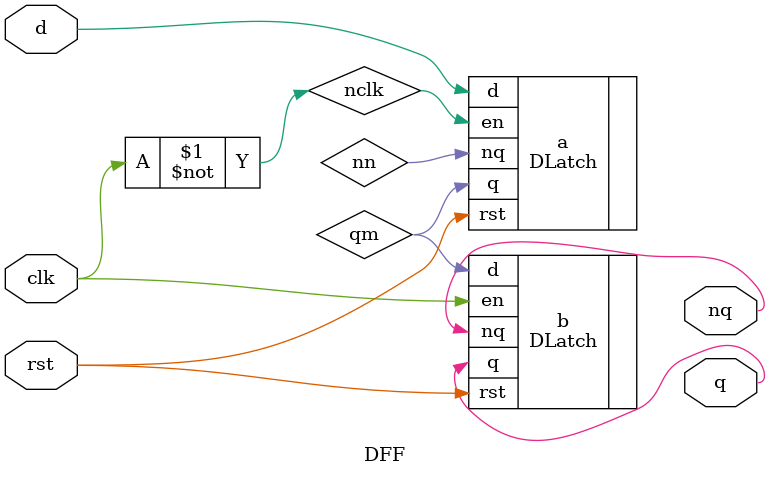
<source format=sv>
`timescale 1ns / 1ps


module DFF (

    input  clk,
    input  rst,
    input  d,
    output q,
    output nq
);
  logic nclk, qm, nn;
  not n (nclk, clk);
  DLatch a (
      .en (nclk),
      .d  (d),
      .rst(rst),
      .q  (qm),
      .nq(nn)
  );
  DLatch b (
      .en (clk),
      .d  (qm),
      .rst(rst),
      .q  (q),
      .nq(nq)
  );
endmodule

</source>
